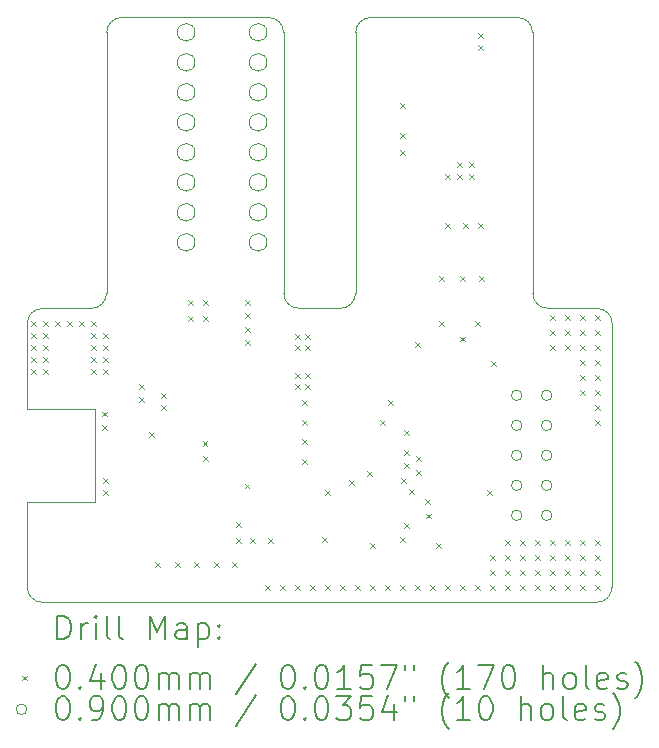
<source format=gbr>
%TF.GenerationSoftware,KiCad,Pcbnew,(6.0.9-0)*%
%TF.CreationDate,2023-12-07T00:14:27+00:00*%
%TF.ProjectId,BalanceBoard,42616c61-6e63-4654-926f-6172642e6b69,rev?*%
%TF.SameCoordinates,Original*%
%TF.FileFunction,Drillmap*%
%TF.FilePolarity,Positive*%
%FSLAX45Y45*%
G04 Gerber Fmt 4.5, Leading zero omitted, Abs format (unit mm)*
G04 Created by KiCad (PCBNEW (6.0.9-0)) date 2023-12-07 00:14:27*
%MOMM*%
%LPD*%
G01*
G04 APERTURE LIST*
%ADD10C,0.050000*%
%ADD11C,0.200000*%
%ADD12C,0.040000*%
%ADD13C,0.090000*%
G04 APERTURE END LIST*
D10*
X6820803Y-14781897D02*
G75*
G03*
X6947803Y-14908897I126997J-3D01*
G01*
X2540000Y-15760700D02*
X3111500Y-15760700D01*
X2540903Y-15037703D02*
X2540000Y-15367000D01*
X6818997Y-12573903D02*
X6820803Y-14781897D01*
X3961200Y-13335000D02*
G75*
G03*
X3961200Y-13335000I-75000J0D01*
G01*
X2540903Y-17271097D02*
G75*
G03*
X2667903Y-17398097I126997J-3D01*
G01*
X3961200Y-13589000D02*
G75*
G03*
X3961200Y-13589000I-75000J0D01*
G01*
X3961200Y-14351000D02*
G75*
G03*
X3961200Y-14351000I-75000J0D01*
G01*
X2540000Y-16548100D02*
X2540903Y-17271097D01*
X6818997Y-12573903D02*
G75*
G03*
X6691997Y-12446903I-126997J3D01*
G01*
X3341003Y-12446903D02*
G75*
G03*
X3214003Y-12573903I-3J-126997D01*
G01*
X3111500Y-16548100D02*
X2540000Y-16548100D01*
X4570800Y-13335000D02*
G75*
G03*
X4570800Y-13335000I-75000J0D01*
G01*
X3961200Y-12573000D02*
G75*
G03*
X3961200Y-12573000I-75000J0D01*
G01*
X6947803Y-14908897D02*
X7365097Y-14910703D01*
X4570800Y-13843000D02*
G75*
G03*
X4570800Y-13843000I-75000J0D01*
G01*
X4712603Y-14781897D02*
G75*
G03*
X4839603Y-14908897I126997J-3D01*
G01*
X5449203Y-12446903D02*
X6691997Y-12446903D01*
X7365097Y-17398097D02*
G75*
G03*
X7492097Y-17271097I3J126997D01*
G01*
X7492097Y-15037703D02*
G75*
G03*
X7365097Y-14910703I-126997J3D01*
G01*
X4570800Y-13081000D02*
G75*
G03*
X4570800Y-13081000I-75000J0D01*
G01*
X3085197Y-14908897D02*
X2667903Y-14910703D01*
X3961200Y-13843000D02*
G75*
G03*
X3961200Y-13843000I-75000J0D01*
G01*
X3085197Y-14908897D02*
G75*
G03*
X3212197Y-14781897I3J126997D01*
G01*
X4570800Y-13589000D02*
G75*
G03*
X4570800Y-13589000I-75000J0D01*
G01*
X4570800Y-12827000D02*
G75*
G03*
X4570800Y-12827000I-75000J0D01*
G01*
X3111500Y-15760700D02*
X3111500Y-16548100D01*
X5320397Y-14781897D02*
X5322203Y-12573903D01*
X3961200Y-13081000D02*
G75*
G03*
X3961200Y-13081000I-75000J0D01*
G01*
X2540000Y-15367000D02*
X2540000Y-15760700D01*
X3341003Y-12446903D02*
X4583797Y-12446903D01*
X3212197Y-14781897D02*
X3214003Y-12573903D01*
X3961200Y-12827000D02*
G75*
G03*
X3961200Y-12827000I-75000J0D01*
G01*
X4710797Y-12573903D02*
G75*
G03*
X4583797Y-12446903I-126997J3D01*
G01*
X4570800Y-14097000D02*
G75*
G03*
X4570800Y-14097000I-75000J0D01*
G01*
X3961200Y-14097000D02*
G75*
G03*
X3961200Y-14097000I-75000J0D01*
G01*
X2667903Y-14910703D02*
G75*
G03*
X2540903Y-15037703I-3J-126997D01*
G01*
X5449203Y-12446903D02*
G75*
G03*
X5322203Y-12573903I-3J-126997D01*
G01*
X4570800Y-12573000D02*
G75*
G03*
X4570800Y-12573000I-75000J0D01*
G01*
X5193397Y-14908897D02*
G75*
G03*
X5320397Y-14781897I3J126997D01*
G01*
X2667903Y-17398097D02*
X7365097Y-17398097D01*
X4710797Y-12573903D02*
X4712603Y-14781897D01*
X4570800Y-14351000D02*
G75*
G03*
X4570800Y-14351000I-75000J0D01*
G01*
X7492097Y-17271097D02*
X7492097Y-15037703D01*
X4839603Y-14908897D02*
X5193397Y-14908897D01*
D11*
D12*
X2570800Y-15016800D02*
X2610800Y-15056800D01*
X2610800Y-15016800D02*
X2570800Y-15056800D01*
X2570800Y-15118400D02*
X2610800Y-15158400D01*
X2610800Y-15118400D02*
X2570800Y-15158400D01*
X2570800Y-15220000D02*
X2610800Y-15260000D01*
X2610800Y-15220000D02*
X2570800Y-15260000D01*
X2570800Y-15321600D02*
X2610800Y-15361600D01*
X2610800Y-15321600D02*
X2570800Y-15361600D01*
X2570800Y-15423200D02*
X2610800Y-15463200D01*
X2610800Y-15423200D02*
X2570800Y-15463200D01*
X2672400Y-15016800D02*
X2712400Y-15056800D01*
X2712400Y-15016800D02*
X2672400Y-15056800D01*
X2672400Y-15118400D02*
X2712400Y-15158400D01*
X2712400Y-15118400D02*
X2672400Y-15158400D01*
X2672400Y-15220000D02*
X2712400Y-15260000D01*
X2712400Y-15220000D02*
X2672400Y-15260000D01*
X2672400Y-15321600D02*
X2712400Y-15361600D01*
X2712400Y-15321600D02*
X2672400Y-15361600D01*
X2672400Y-15423200D02*
X2712400Y-15463200D01*
X2712400Y-15423200D02*
X2672400Y-15463200D01*
X2774000Y-15016800D02*
X2814000Y-15056800D01*
X2814000Y-15016800D02*
X2774000Y-15056800D01*
X2875600Y-15016800D02*
X2915600Y-15056800D01*
X2915600Y-15016800D02*
X2875600Y-15056800D01*
X2977200Y-15016800D02*
X3017200Y-15056800D01*
X3017200Y-15016800D02*
X2977200Y-15056800D01*
X3078800Y-15016800D02*
X3118800Y-15056800D01*
X3118800Y-15016800D02*
X3078800Y-15056800D01*
X3078800Y-15118400D02*
X3118800Y-15158400D01*
X3118800Y-15118400D02*
X3078800Y-15158400D01*
X3078800Y-15220000D02*
X3118800Y-15260000D01*
X3118800Y-15220000D02*
X3078800Y-15260000D01*
X3078800Y-15321600D02*
X3118800Y-15361600D01*
X3118800Y-15321600D02*
X3078800Y-15361600D01*
X3078800Y-15423200D02*
X3118800Y-15463200D01*
X3118800Y-15423200D02*
X3078800Y-15463200D01*
X3175700Y-15783500D02*
X3215700Y-15823500D01*
X3215700Y-15783500D02*
X3175700Y-15823500D01*
X3175700Y-15897800D02*
X3215700Y-15937800D01*
X3215700Y-15897800D02*
X3175700Y-15937800D01*
X3180400Y-15118400D02*
X3220400Y-15158400D01*
X3220400Y-15118400D02*
X3180400Y-15158400D01*
X3180400Y-15220000D02*
X3220400Y-15260000D01*
X3220400Y-15220000D02*
X3180400Y-15260000D01*
X3180400Y-15321600D02*
X3220400Y-15361600D01*
X3220400Y-15321600D02*
X3180400Y-15361600D01*
X3180400Y-15423200D02*
X3220400Y-15463200D01*
X3220400Y-15423200D02*
X3180400Y-15463200D01*
X3180400Y-16350300D02*
X3220400Y-16390300D01*
X3220400Y-16350300D02*
X3180400Y-16390300D01*
X3180400Y-16451900D02*
X3220400Y-16491900D01*
X3220400Y-16451900D02*
X3180400Y-16491900D01*
X3485200Y-15550200D02*
X3525200Y-15590200D01*
X3525200Y-15550200D02*
X3485200Y-15590200D01*
X3485200Y-15664500D02*
X3525200Y-15704500D01*
X3525200Y-15664500D02*
X3485200Y-15704500D01*
X3571400Y-15956600D02*
X3611400Y-15996600D01*
X3611400Y-15956600D02*
X3571400Y-15996600D01*
X3624900Y-17061500D02*
X3664900Y-17101500D01*
X3664900Y-17061500D02*
X3624900Y-17101500D01*
X3675700Y-15626400D02*
X3715700Y-15666400D01*
X3715700Y-15626400D02*
X3675700Y-15666400D01*
X3675700Y-15728000D02*
X3715700Y-15768000D01*
X3715700Y-15728000D02*
X3675700Y-15768000D01*
X3790000Y-17061500D02*
X3830000Y-17101500D01*
X3830000Y-17061500D02*
X3790000Y-17101500D01*
X3904300Y-14839000D02*
X3944300Y-14879000D01*
X3944300Y-14839000D02*
X3904300Y-14879000D01*
X3904300Y-14978700D02*
X3944300Y-15018700D01*
X3944300Y-14978700D02*
X3904300Y-15018700D01*
X3955100Y-17061500D02*
X3995100Y-17101500D01*
X3995100Y-17061500D02*
X3955100Y-17101500D01*
X4026050Y-16032800D02*
X4066050Y-16072800D01*
X4066050Y-16032800D02*
X4026050Y-16072800D01*
X4029555Y-16160363D02*
X4069555Y-16200363D01*
X4069555Y-16160363D02*
X4029555Y-16200363D01*
X4031300Y-14839000D02*
X4071300Y-14879000D01*
X4071300Y-14839000D02*
X4031300Y-14879000D01*
X4031300Y-14978700D02*
X4071300Y-15018700D01*
X4071300Y-14978700D02*
X4031300Y-15018700D01*
X4120200Y-17061500D02*
X4160200Y-17101500D01*
X4160200Y-17061500D02*
X4120200Y-17101500D01*
X4272600Y-17061500D02*
X4312600Y-17101500D01*
X4312600Y-17061500D02*
X4272600Y-17101500D01*
X4310700Y-16718600D02*
X4350700Y-16758600D01*
X4350700Y-16718600D02*
X4310700Y-16758600D01*
X4310700Y-16858300D02*
X4350700Y-16898300D01*
X4350700Y-16858300D02*
X4310700Y-16898300D01*
X4381116Y-16393184D02*
X4421116Y-16433184D01*
X4421116Y-16393184D02*
X4381116Y-16433184D01*
X4386900Y-14839000D02*
X4426900Y-14879000D01*
X4426900Y-14839000D02*
X4386900Y-14879000D01*
X4386900Y-14953300D02*
X4426900Y-14993300D01*
X4426900Y-14953300D02*
X4386900Y-14993300D01*
X4386900Y-15067600D02*
X4426900Y-15107600D01*
X4426900Y-15067600D02*
X4386900Y-15107600D01*
X4386900Y-15181900D02*
X4426900Y-15221900D01*
X4426900Y-15181900D02*
X4386900Y-15221900D01*
X4425000Y-16858300D02*
X4465000Y-16898300D01*
X4465000Y-16858300D02*
X4425000Y-16898300D01*
X4552000Y-17252000D02*
X4592000Y-17292000D01*
X4592000Y-17252000D02*
X4552000Y-17292000D01*
X4577400Y-16858300D02*
X4617400Y-16898300D01*
X4617400Y-16858300D02*
X4577400Y-16898300D01*
X4679000Y-17252000D02*
X4719000Y-17292000D01*
X4719000Y-17252000D02*
X4679000Y-17292000D01*
X4806000Y-15131100D02*
X4846000Y-15171100D01*
X4846000Y-15131100D02*
X4806000Y-15171100D01*
X4806000Y-15220000D02*
X4846000Y-15260000D01*
X4846000Y-15220000D02*
X4806000Y-15260000D01*
X4806000Y-15461300D02*
X4846000Y-15501300D01*
X4846000Y-15461300D02*
X4806000Y-15501300D01*
X4806000Y-15550200D02*
X4846000Y-15590200D01*
X4846000Y-15550200D02*
X4806000Y-15590200D01*
X4806000Y-17252000D02*
X4846000Y-17292000D01*
X4846000Y-17252000D02*
X4806000Y-17292000D01*
X4869500Y-15689900D02*
X4909500Y-15729900D01*
X4909500Y-15689900D02*
X4869500Y-15729900D01*
X4869500Y-15855000D02*
X4909500Y-15895000D01*
X4909500Y-15855000D02*
X4869500Y-15895000D01*
X4869500Y-16020100D02*
X4909500Y-16060100D01*
X4909500Y-16020100D02*
X4869500Y-16060100D01*
X4869500Y-16185200D02*
X4909500Y-16225200D01*
X4909500Y-16185200D02*
X4869500Y-16225200D01*
X4894900Y-15131100D02*
X4934900Y-15171100D01*
X4934900Y-15131100D02*
X4894900Y-15171100D01*
X4894900Y-15220000D02*
X4934900Y-15260000D01*
X4934900Y-15220000D02*
X4894900Y-15260000D01*
X4894900Y-15461300D02*
X4934900Y-15501300D01*
X4934900Y-15461300D02*
X4894900Y-15501300D01*
X4894900Y-15550200D02*
X4934900Y-15590200D01*
X4934900Y-15550200D02*
X4894900Y-15590200D01*
X4933000Y-17252000D02*
X4973000Y-17292000D01*
X4973000Y-17252000D02*
X4933000Y-17292000D01*
X5034600Y-16845600D02*
X5074600Y-16885600D01*
X5074600Y-16845600D02*
X5034600Y-16885600D01*
X5060000Y-17252000D02*
X5100000Y-17292000D01*
X5100000Y-17252000D02*
X5060000Y-17292000D01*
X5062020Y-16451900D02*
X5102020Y-16491900D01*
X5102020Y-16451900D02*
X5062020Y-16491900D01*
X5187000Y-17252000D02*
X5227000Y-17292000D01*
X5227000Y-17252000D02*
X5187000Y-17292000D01*
X5263200Y-16363000D02*
X5303200Y-16403000D01*
X5303200Y-16363000D02*
X5263200Y-16403000D01*
X5314000Y-17252000D02*
X5354000Y-17292000D01*
X5354000Y-17252000D02*
X5314000Y-17292000D01*
X5415600Y-16286800D02*
X5455600Y-16326800D01*
X5455600Y-16286800D02*
X5415600Y-16326800D01*
X5441000Y-16896400D02*
X5481000Y-16936400D01*
X5481000Y-16896400D02*
X5441000Y-16936400D01*
X5441000Y-17252000D02*
X5481000Y-17292000D01*
X5481000Y-17252000D02*
X5441000Y-17292000D01*
X5530330Y-15855430D02*
X5570330Y-15895430D01*
X5570330Y-15855430D02*
X5530330Y-15895430D01*
X5568000Y-17252000D02*
X5608000Y-17292000D01*
X5608000Y-17252000D02*
X5568000Y-17292000D01*
X5593400Y-15689900D02*
X5633400Y-15729900D01*
X5633400Y-15689900D02*
X5593400Y-15729900D01*
X5695000Y-13175300D02*
X5735000Y-13215300D01*
X5735000Y-13175300D02*
X5695000Y-13215300D01*
X5695000Y-13429300D02*
X5735000Y-13469300D01*
X5735000Y-13429300D02*
X5695000Y-13469300D01*
X5695000Y-13569000D02*
X5735000Y-13609000D01*
X5735000Y-13569000D02*
X5695000Y-13609000D01*
X5695000Y-17252000D02*
X5735000Y-17292000D01*
X5735000Y-17252000D02*
X5695000Y-17292000D01*
X5700080Y-16845600D02*
X5740080Y-16885600D01*
X5740080Y-16845600D02*
X5700080Y-16885600D01*
X5707700Y-16350300D02*
X5747700Y-16390300D01*
X5747700Y-16350300D02*
X5707700Y-16390300D01*
X5733100Y-15943900D02*
X5773100Y-15983900D01*
X5773100Y-15943900D02*
X5733100Y-15983900D01*
X5733100Y-16109000D02*
X5773100Y-16149000D01*
X5773100Y-16109000D02*
X5733100Y-16149000D01*
X5733100Y-16223300D02*
X5773100Y-16263300D01*
X5773100Y-16223300D02*
X5733100Y-16263300D01*
X5733100Y-16731300D02*
X5773100Y-16771300D01*
X5773100Y-16731300D02*
X5733100Y-16771300D01*
X5776280Y-16439200D02*
X5816280Y-16479200D01*
X5816280Y-16439200D02*
X5776280Y-16479200D01*
X5822000Y-15194600D02*
X5862000Y-15234600D01*
X5862000Y-15194600D02*
X5822000Y-15234600D01*
X5822000Y-17252000D02*
X5862000Y-17292000D01*
X5862000Y-17252000D02*
X5822000Y-17292000D01*
X5834700Y-16159800D02*
X5874700Y-16199800D01*
X5874700Y-16159800D02*
X5834700Y-16199800D01*
X5834700Y-16277850D02*
X5874700Y-16317850D01*
X5874700Y-16277850D02*
X5834700Y-16317850D01*
X5910900Y-16528100D02*
X5950900Y-16568100D01*
X5950900Y-16528100D02*
X5910900Y-16568100D01*
X5918520Y-16647480D02*
X5958520Y-16687480D01*
X5958520Y-16647480D02*
X5918520Y-16687480D01*
X5949000Y-17252000D02*
X5989000Y-17292000D01*
X5989000Y-17252000D02*
X5949000Y-17292000D01*
X5999800Y-16896400D02*
X6039800Y-16936400D01*
X6039800Y-16896400D02*
X5999800Y-16936400D01*
X6025200Y-14635800D02*
X6065200Y-14675800D01*
X6065200Y-14635800D02*
X6025200Y-14675800D01*
X6025200Y-15016800D02*
X6065200Y-15056800D01*
X6065200Y-15016800D02*
X6025200Y-15056800D01*
X6076000Y-13772200D02*
X6116000Y-13812200D01*
X6116000Y-13772200D02*
X6076000Y-13812200D01*
X6076000Y-14191300D02*
X6116000Y-14231300D01*
X6116000Y-14191300D02*
X6076000Y-14231300D01*
X6076000Y-17252000D02*
X6116000Y-17292000D01*
X6116000Y-17252000D02*
X6076000Y-17292000D01*
X6177600Y-13670600D02*
X6217600Y-13710600D01*
X6217600Y-13670600D02*
X6177600Y-13710600D01*
X6177600Y-13772200D02*
X6217600Y-13812200D01*
X6217600Y-13772200D02*
X6177600Y-13812200D01*
X6203000Y-14635800D02*
X6243000Y-14675800D01*
X6243000Y-14635800D02*
X6203000Y-14675800D01*
X6203000Y-15148880D02*
X6243000Y-15188880D01*
X6243000Y-15148880D02*
X6203000Y-15188880D01*
X6203000Y-17252000D02*
X6243000Y-17292000D01*
X6243000Y-17252000D02*
X6203000Y-17292000D01*
X6228400Y-14191300D02*
X6268400Y-14231300D01*
X6268400Y-14191300D02*
X6228400Y-14231300D01*
X6279200Y-13670600D02*
X6319200Y-13710600D01*
X6319200Y-13670600D02*
X6279200Y-13710600D01*
X6279200Y-13772200D02*
X6319200Y-13812200D01*
X6319200Y-13772200D02*
X6279200Y-13812200D01*
X6330000Y-15016800D02*
X6370000Y-15056800D01*
X6370000Y-15016800D02*
X6330000Y-15056800D01*
X6330000Y-17252000D02*
X6370000Y-17292000D01*
X6370000Y-17252000D02*
X6330000Y-17292000D01*
X6355400Y-12578400D02*
X6395400Y-12618400D01*
X6395400Y-12578400D02*
X6355400Y-12618400D01*
X6355400Y-12680000D02*
X6395400Y-12720000D01*
X6395400Y-12680000D02*
X6355400Y-12720000D01*
X6355400Y-14191300D02*
X6395400Y-14231300D01*
X6395400Y-14191300D02*
X6355400Y-14231300D01*
X6368100Y-14635800D02*
X6408100Y-14675800D01*
X6408100Y-14635800D02*
X6368100Y-14675800D01*
X6431600Y-16451900D02*
X6471600Y-16491900D01*
X6471600Y-16451900D02*
X6431600Y-16491900D01*
X6457000Y-16998000D02*
X6497000Y-17038000D01*
X6497000Y-16998000D02*
X6457000Y-17038000D01*
X6457000Y-17125000D02*
X6497000Y-17165000D01*
X6497000Y-17125000D02*
X6457000Y-17165000D01*
X6457000Y-17252000D02*
X6497000Y-17292000D01*
X6497000Y-17252000D02*
X6457000Y-17292000D01*
X6469700Y-15359700D02*
X6509700Y-15399700D01*
X6509700Y-15359700D02*
X6469700Y-15399700D01*
X6584000Y-16871000D02*
X6624000Y-16911000D01*
X6624000Y-16871000D02*
X6584000Y-16911000D01*
X6584000Y-16998000D02*
X6624000Y-17038000D01*
X6624000Y-16998000D02*
X6584000Y-17038000D01*
X6584000Y-17125000D02*
X6624000Y-17165000D01*
X6624000Y-17125000D02*
X6584000Y-17165000D01*
X6584000Y-17252000D02*
X6624000Y-17292000D01*
X6624000Y-17252000D02*
X6584000Y-17292000D01*
X6711000Y-16871000D02*
X6751000Y-16911000D01*
X6751000Y-16871000D02*
X6711000Y-16911000D01*
X6711000Y-16998000D02*
X6751000Y-17038000D01*
X6751000Y-16998000D02*
X6711000Y-17038000D01*
X6711000Y-17125000D02*
X6751000Y-17165000D01*
X6751000Y-17125000D02*
X6711000Y-17165000D01*
X6711000Y-17252000D02*
X6751000Y-17292000D01*
X6751000Y-17252000D02*
X6711000Y-17292000D01*
X6838000Y-16871000D02*
X6878000Y-16911000D01*
X6878000Y-16871000D02*
X6838000Y-16911000D01*
X6838000Y-16998000D02*
X6878000Y-17038000D01*
X6878000Y-16998000D02*
X6838000Y-17038000D01*
X6838000Y-17125000D02*
X6878000Y-17165000D01*
X6878000Y-17125000D02*
X6838000Y-17165000D01*
X6838000Y-17252000D02*
X6878000Y-17292000D01*
X6878000Y-17252000D02*
X6838000Y-17292000D01*
X6965000Y-14966000D02*
X7005000Y-15006000D01*
X7005000Y-14966000D02*
X6965000Y-15006000D01*
X6965000Y-15093000D02*
X7005000Y-15133000D01*
X7005000Y-15093000D02*
X6965000Y-15133000D01*
X6965000Y-15220000D02*
X7005000Y-15260000D01*
X7005000Y-15220000D02*
X6965000Y-15260000D01*
X6965000Y-16871000D02*
X7005000Y-16911000D01*
X7005000Y-16871000D02*
X6965000Y-16911000D01*
X6965000Y-16998000D02*
X7005000Y-17038000D01*
X7005000Y-16998000D02*
X6965000Y-17038000D01*
X6965000Y-17125000D02*
X7005000Y-17165000D01*
X7005000Y-17125000D02*
X6965000Y-17165000D01*
X6965000Y-17252000D02*
X7005000Y-17292000D01*
X7005000Y-17252000D02*
X6965000Y-17292000D01*
X7092000Y-14966000D02*
X7132000Y-15006000D01*
X7132000Y-14966000D02*
X7092000Y-15006000D01*
X7092000Y-15093000D02*
X7132000Y-15133000D01*
X7132000Y-15093000D02*
X7092000Y-15133000D01*
X7092000Y-15220000D02*
X7132000Y-15260000D01*
X7132000Y-15220000D02*
X7092000Y-15260000D01*
X7092000Y-16871000D02*
X7132000Y-16911000D01*
X7132000Y-16871000D02*
X7092000Y-16911000D01*
X7092000Y-16998000D02*
X7132000Y-17038000D01*
X7132000Y-16998000D02*
X7092000Y-17038000D01*
X7092000Y-17125000D02*
X7132000Y-17165000D01*
X7132000Y-17125000D02*
X7092000Y-17165000D01*
X7092000Y-17252000D02*
X7132000Y-17292000D01*
X7132000Y-17252000D02*
X7092000Y-17292000D01*
X7219000Y-14966000D02*
X7259000Y-15006000D01*
X7259000Y-14966000D02*
X7219000Y-15006000D01*
X7219000Y-15093000D02*
X7259000Y-15133000D01*
X7259000Y-15093000D02*
X7219000Y-15133000D01*
X7219000Y-15220000D02*
X7259000Y-15260000D01*
X7259000Y-15220000D02*
X7219000Y-15260000D01*
X7219000Y-15347000D02*
X7259000Y-15387000D01*
X7259000Y-15347000D02*
X7219000Y-15387000D01*
X7219000Y-15474000D02*
X7259000Y-15514000D01*
X7259000Y-15474000D02*
X7219000Y-15514000D01*
X7219000Y-15601000D02*
X7259000Y-15641000D01*
X7259000Y-15601000D02*
X7219000Y-15641000D01*
X7219000Y-16871000D02*
X7259000Y-16911000D01*
X7259000Y-16871000D02*
X7219000Y-16911000D01*
X7219000Y-16998000D02*
X7259000Y-17038000D01*
X7259000Y-16998000D02*
X7219000Y-17038000D01*
X7219000Y-17125000D02*
X7259000Y-17165000D01*
X7259000Y-17125000D02*
X7219000Y-17165000D01*
X7219000Y-17252000D02*
X7259000Y-17292000D01*
X7259000Y-17252000D02*
X7219000Y-17292000D01*
X7346000Y-14966000D02*
X7386000Y-15006000D01*
X7386000Y-14966000D02*
X7346000Y-15006000D01*
X7346000Y-15093000D02*
X7386000Y-15133000D01*
X7386000Y-15093000D02*
X7346000Y-15133000D01*
X7346000Y-15220000D02*
X7386000Y-15260000D01*
X7386000Y-15220000D02*
X7346000Y-15260000D01*
X7346000Y-15347000D02*
X7386000Y-15387000D01*
X7386000Y-15347000D02*
X7346000Y-15387000D01*
X7346000Y-15474000D02*
X7386000Y-15514000D01*
X7386000Y-15474000D02*
X7346000Y-15514000D01*
X7346000Y-15601000D02*
X7386000Y-15641000D01*
X7386000Y-15601000D02*
X7346000Y-15641000D01*
X7346000Y-15728000D02*
X7386000Y-15768000D01*
X7386000Y-15728000D02*
X7346000Y-15768000D01*
X7346000Y-15855000D02*
X7386000Y-15895000D01*
X7386000Y-15855000D02*
X7346000Y-15895000D01*
X7346000Y-16871000D02*
X7386000Y-16911000D01*
X7386000Y-16871000D02*
X7346000Y-16911000D01*
X7346000Y-16998000D02*
X7386000Y-17038000D01*
X7386000Y-16998000D02*
X7346000Y-17038000D01*
X7346000Y-17125000D02*
X7386000Y-17165000D01*
X7386000Y-17125000D02*
X7346000Y-17165000D01*
X7346000Y-17252000D02*
X7386000Y-17292000D01*
X7386000Y-17252000D02*
X7346000Y-17292000D01*
D13*
X6729200Y-15646400D02*
G75*
G03*
X6729200Y-15646400I-45000J0D01*
G01*
X6729200Y-15900400D02*
G75*
G03*
X6729200Y-15900400I-45000J0D01*
G01*
X6729200Y-16154400D02*
G75*
G03*
X6729200Y-16154400I-45000J0D01*
G01*
X6729200Y-16408400D02*
G75*
G03*
X6729200Y-16408400I-45000J0D01*
G01*
X6729200Y-16662400D02*
G75*
G03*
X6729200Y-16662400I-45000J0D01*
G01*
X6983200Y-15646400D02*
G75*
G03*
X6983200Y-15646400I-45000J0D01*
G01*
X6983200Y-15900400D02*
G75*
G03*
X6983200Y-15900400I-45000J0D01*
G01*
X6983200Y-16154400D02*
G75*
G03*
X6983200Y-16154400I-45000J0D01*
G01*
X6983200Y-16408400D02*
G75*
G03*
X6983200Y-16408400I-45000J0D01*
G01*
X6983200Y-16662400D02*
G75*
G03*
X6983200Y-16662400I-45000J0D01*
G01*
D11*
X2795119Y-17711074D02*
X2795119Y-17511074D01*
X2842738Y-17511074D01*
X2871309Y-17520597D01*
X2890357Y-17539645D01*
X2899881Y-17558693D01*
X2909405Y-17596788D01*
X2909405Y-17625359D01*
X2899881Y-17663455D01*
X2890357Y-17682502D01*
X2871309Y-17701550D01*
X2842738Y-17711074D01*
X2795119Y-17711074D01*
X2995119Y-17711074D02*
X2995119Y-17577740D01*
X2995119Y-17615835D02*
X3004643Y-17596788D01*
X3014167Y-17587264D01*
X3033214Y-17577740D01*
X3052262Y-17577740D01*
X3118928Y-17711074D02*
X3118928Y-17577740D01*
X3118928Y-17511074D02*
X3109405Y-17520597D01*
X3118928Y-17530121D01*
X3128452Y-17520597D01*
X3118928Y-17511074D01*
X3118928Y-17530121D01*
X3242738Y-17711074D02*
X3223690Y-17701550D01*
X3214167Y-17682502D01*
X3214167Y-17511074D01*
X3347500Y-17711074D02*
X3328452Y-17701550D01*
X3318928Y-17682502D01*
X3318928Y-17511074D01*
X3576071Y-17711074D02*
X3576071Y-17511074D01*
X3642738Y-17653931D01*
X3709405Y-17511074D01*
X3709405Y-17711074D01*
X3890357Y-17711074D02*
X3890357Y-17606312D01*
X3880833Y-17587264D01*
X3861786Y-17577740D01*
X3823690Y-17577740D01*
X3804643Y-17587264D01*
X3890357Y-17701550D02*
X3871309Y-17711074D01*
X3823690Y-17711074D01*
X3804643Y-17701550D01*
X3795119Y-17682502D01*
X3795119Y-17663455D01*
X3804643Y-17644407D01*
X3823690Y-17634883D01*
X3871309Y-17634883D01*
X3890357Y-17625359D01*
X3985595Y-17577740D02*
X3985595Y-17777740D01*
X3985595Y-17587264D02*
X4004643Y-17577740D01*
X4042738Y-17577740D01*
X4061786Y-17587264D01*
X4071309Y-17596788D01*
X4080833Y-17615835D01*
X4080833Y-17672978D01*
X4071309Y-17692026D01*
X4061786Y-17701550D01*
X4042738Y-17711074D01*
X4004643Y-17711074D01*
X3985595Y-17701550D01*
X4166548Y-17692026D02*
X4176071Y-17701550D01*
X4166548Y-17711074D01*
X4157024Y-17701550D01*
X4166548Y-17692026D01*
X4166548Y-17711074D01*
X4166548Y-17587264D02*
X4176071Y-17596788D01*
X4166548Y-17606312D01*
X4157024Y-17596788D01*
X4166548Y-17587264D01*
X4166548Y-17606312D01*
D12*
X2497500Y-18020597D02*
X2537500Y-18060597D01*
X2537500Y-18020597D02*
X2497500Y-18060597D01*
D11*
X2833214Y-17931074D02*
X2852262Y-17931074D01*
X2871309Y-17940597D01*
X2880833Y-17950121D01*
X2890357Y-17969169D01*
X2899881Y-18007264D01*
X2899881Y-18054883D01*
X2890357Y-18092978D01*
X2880833Y-18112026D01*
X2871309Y-18121550D01*
X2852262Y-18131074D01*
X2833214Y-18131074D01*
X2814167Y-18121550D01*
X2804643Y-18112026D01*
X2795119Y-18092978D01*
X2785595Y-18054883D01*
X2785595Y-18007264D01*
X2795119Y-17969169D01*
X2804643Y-17950121D01*
X2814167Y-17940597D01*
X2833214Y-17931074D01*
X2985595Y-18112026D02*
X2995119Y-18121550D01*
X2985595Y-18131074D01*
X2976071Y-18121550D01*
X2985595Y-18112026D01*
X2985595Y-18131074D01*
X3166548Y-17997740D02*
X3166548Y-18131074D01*
X3118928Y-17921550D02*
X3071309Y-18064407D01*
X3195119Y-18064407D01*
X3309405Y-17931074D02*
X3328452Y-17931074D01*
X3347500Y-17940597D01*
X3357024Y-17950121D01*
X3366548Y-17969169D01*
X3376071Y-18007264D01*
X3376071Y-18054883D01*
X3366548Y-18092978D01*
X3357024Y-18112026D01*
X3347500Y-18121550D01*
X3328452Y-18131074D01*
X3309405Y-18131074D01*
X3290357Y-18121550D01*
X3280833Y-18112026D01*
X3271309Y-18092978D01*
X3261786Y-18054883D01*
X3261786Y-18007264D01*
X3271309Y-17969169D01*
X3280833Y-17950121D01*
X3290357Y-17940597D01*
X3309405Y-17931074D01*
X3499881Y-17931074D02*
X3518928Y-17931074D01*
X3537976Y-17940597D01*
X3547500Y-17950121D01*
X3557024Y-17969169D01*
X3566548Y-18007264D01*
X3566548Y-18054883D01*
X3557024Y-18092978D01*
X3547500Y-18112026D01*
X3537976Y-18121550D01*
X3518928Y-18131074D01*
X3499881Y-18131074D01*
X3480833Y-18121550D01*
X3471309Y-18112026D01*
X3461786Y-18092978D01*
X3452262Y-18054883D01*
X3452262Y-18007264D01*
X3461786Y-17969169D01*
X3471309Y-17950121D01*
X3480833Y-17940597D01*
X3499881Y-17931074D01*
X3652262Y-18131074D02*
X3652262Y-17997740D01*
X3652262Y-18016788D02*
X3661786Y-18007264D01*
X3680833Y-17997740D01*
X3709405Y-17997740D01*
X3728452Y-18007264D01*
X3737976Y-18026312D01*
X3737976Y-18131074D01*
X3737976Y-18026312D02*
X3747500Y-18007264D01*
X3766548Y-17997740D01*
X3795119Y-17997740D01*
X3814167Y-18007264D01*
X3823690Y-18026312D01*
X3823690Y-18131074D01*
X3918928Y-18131074D02*
X3918928Y-17997740D01*
X3918928Y-18016788D02*
X3928452Y-18007264D01*
X3947500Y-17997740D01*
X3976071Y-17997740D01*
X3995119Y-18007264D01*
X4004643Y-18026312D01*
X4004643Y-18131074D01*
X4004643Y-18026312D02*
X4014167Y-18007264D01*
X4033214Y-17997740D01*
X4061786Y-17997740D01*
X4080833Y-18007264D01*
X4090357Y-18026312D01*
X4090357Y-18131074D01*
X4480833Y-17921550D02*
X4309405Y-18178693D01*
X4737976Y-17931074D02*
X4757024Y-17931074D01*
X4776071Y-17940597D01*
X4785595Y-17950121D01*
X4795119Y-17969169D01*
X4804643Y-18007264D01*
X4804643Y-18054883D01*
X4795119Y-18092978D01*
X4785595Y-18112026D01*
X4776071Y-18121550D01*
X4757024Y-18131074D01*
X4737976Y-18131074D01*
X4718929Y-18121550D01*
X4709405Y-18112026D01*
X4699881Y-18092978D01*
X4690357Y-18054883D01*
X4690357Y-18007264D01*
X4699881Y-17969169D01*
X4709405Y-17950121D01*
X4718929Y-17940597D01*
X4737976Y-17931074D01*
X4890357Y-18112026D02*
X4899881Y-18121550D01*
X4890357Y-18131074D01*
X4880833Y-18121550D01*
X4890357Y-18112026D01*
X4890357Y-18131074D01*
X5023690Y-17931074D02*
X5042738Y-17931074D01*
X5061786Y-17940597D01*
X5071310Y-17950121D01*
X5080833Y-17969169D01*
X5090357Y-18007264D01*
X5090357Y-18054883D01*
X5080833Y-18092978D01*
X5071310Y-18112026D01*
X5061786Y-18121550D01*
X5042738Y-18131074D01*
X5023690Y-18131074D01*
X5004643Y-18121550D01*
X4995119Y-18112026D01*
X4985595Y-18092978D01*
X4976071Y-18054883D01*
X4976071Y-18007264D01*
X4985595Y-17969169D01*
X4995119Y-17950121D01*
X5004643Y-17940597D01*
X5023690Y-17931074D01*
X5280833Y-18131074D02*
X5166548Y-18131074D01*
X5223690Y-18131074D02*
X5223690Y-17931074D01*
X5204643Y-17959645D01*
X5185595Y-17978693D01*
X5166548Y-17988216D01*
X5461786Y-17931074D02*
X5366548Y-17931074D01*
X5357024Y-18026312D01*
X5366548Y-18016788D01*
X5385595Y-18007264D01*
X5433214Y-18007264D01*
X5452262Y-18016788D01*
X5461786Y-18026312D01*
X5471310Y-18045359D01*
X5471310Y-18092978D01*
X5461786Y-18112026D01*
X5452262Y-18121550D01*
X5433214Y-18131074D01*
X5385595Y-18131074D01*
X5366548Y-18121550D01*
X5357024Y-18112026D01*
X5537976Y-17931074D02*
X5671309Y-17931074D01*
X5585595Y-18131074D01*
X5737976Y-17931074D02*
X5737976Y-17969169D01*
X5814167Y-17931074D02*
X5814167Y-17969169D01*
X6109405Y-18207264D02*
X6099881Y-18197740D01*
X6080833Y-18169169D01*
X6071309Y-18150121D01*
X6061786Y-18121550D01*
X6052262Y-18073931D01*
X6052262Y-18035835D01*
X6061786Y-17988216D01*
X6071309Y-17959645D01*
X6080833Y-17940597D01*
X6099881Y-17912026D01*
X6109405Y-17902502D01*
X6290357Y-18131074D02*
X6176071Y-18131074D01*
X6233214Y-18131074D02*
X6233214Y-17931074D01*
X6214167Y-17959645D01*
X6195119Y-17978693D01*
X6176071Y-17988216D01*
X6357024Y-17931074D02*
X6490357Y-17931074D01*
X6404643Y-18131074D01*
X6604643Y-17931074D02*
X6623690Y-17931074D01*
X6642738Y-17940597D01*
X6652262Y-17950121D01*
X6661786Y-17969169D01*
X6671309Y-18007264D01*
X6671309Y-18054883D01*
X6661786Y-18092978D01*
X6652262Y-18112026D01*
X6642738Y-18121550D01*
X6623690Y-18131074D01*
X6604643Y-18131074D01*
X6585595Y-18121550D01*
X6576071Y-18112026D01*
X6566548Y-18092978D01*
X6557024Y-18054883D01*
X6557024Y-18007264D01*
X6566548Y-17969169D01*
X6576071Y-17950121D01*
X6585595Y-17940597D01*
X6604643Y-17931074D01*
X6909405Y-18131074D02*
X6909405Y-17931074D01*
X6995119Y-18131074D02*
X6995119Y-18026312D01*
X6985595Y-18007264D01*
X6966548Y-17997740D01*
X6937976Y-17997740D01*
X6918928Y-18007264D01*
X6909405Y-18016788D01*
X7118928Y-18131074D02*
X7099881Y-18121550D01*
X7090357Y-18112026D01*
X7080833Y-18092978D01*
X7080833Y-18035835D01*
X7090357Y-18016788D01*
X7099881Y-18007264D01*
X7118928Y-17997740D01*
X7147500Y-17997740D01*
X7166548Y-18007264D01*
X7176071Y-18016788D01*
X7185595Y-18035835D01*
X7185595Y-18092978D01*
X7176071Y-18112026D01*
X7166548Y-18121550D01*
X7147500Y-18131074D01*
X7118928Y-18131074D01*
X7299881Y-18131074D02*
X7280833Y-18121550D01*
X7271309Y-18102502D01*
X7271309Y-17931074D01*
X7452262Y-18121550D02*
X7433214Y-18131074D01*
X7395119Y-18131074D01*
X7376071Y-18121550D01*
X7366548Y-18102502D01*
X7366548Y-18026312D01*
X7376071Y-18007264D01*
X7395119Y-17997740D01*
X7433214Y-17997740D01*
X7452262Y-18007264D01*
X7461786Y-18026312D01*
X7461786Y-18045359D01*
X7366548Y-18064407D01*
X7537976Y-18121550D02*
X7557024Y-18131074D01*
X7595119Y-18131074D01*
X7614167Y-18121550D01*
X7623690Y-18102502D01*
X7623690Y-18092978D01*
X7614167Y-18073931D01*
X7595119Y-18064407D01*
X7566548Y-18064407D01*
X7547500Y-18054883D01*
X7537976Y-18035835D01*
X7537976Y-18026312D01*
X7547500Y-18007264D01*
X7566548Y-17997740D01*
X7595119Y-17997740D01*
X7614167Y-18007264D01*
X7690357Y-18207264D02*
X7699881Y-18197740D01*
X7718928Y-18169169D01*
X7728452Y-18150121D01*
X7737976Y-18121550D01*
X7747500Y-18073931D01*
X7747500Y-18035835D01*
X7737976Y-17988216D01*
X7728452Y-17959645D01*
X7718928Y-17940597D01*
X7699881Y-17912026D01*
X7690357Y-17902502D01*
D13*
X2537500Y-18304597D02*
G75*
G03*
X2537500Y-18304597I-45000J0D01*
G01*
D11*
X2833214Y-18195074D02*
X2852262Y-18195074D01*
X2871309Y-18204597D01*
X2880833Y-18214121D01*
X2890357Y-18233169D01*
X2899881Y-18271264D01*
X2899881Y-18318883D01*
X2890357Y-18356978D01*
X2880833Y-18376026D01*
X2871309Y-18385550D01*
X2852262Y-18395074D01*
X2833214Y-18395074D01*
X2814167Y-18385550D01*
X2804643Y-18376026D01*
X2795119Y-18356978D01*
X2785595Y-18318883D01*
X2785595Y-18271264D01*
X2795119Y-18233169D01*
X2804643Y-18214121D01*
X2814167Y-18204597D01*
X2833214Y-18195074D01*
X2985595Y-18376026D02*
X2995119Y-18385550D01*
X2985595Y-18395074D01*
X2976071Y-18385550D01*
X2985595Y-18376026D01*
X2985595Y-18395074D01*
X3090357Y-18395074D02*
X3128452Y-18395074D01*
X3147500Y-18385550D01*
X3157024Y-18376026D01*
X3176071Y-18347455D01*
X3185595Y-18309359D01*
X3185595Y-18233169D01*
X3176071Y-18214121D01*
X3166548Y-18204597D01*
X3147500Y-18195074D01*
X3109405Y-18195074D01*
X3090357Y-18204597D01*
X3080833Y-18214121D01*
X3071309Y-18233169D01*
X3071309Y-18280788D01*
X3080833Y-18299835D01*
X3090357Y-18309359D01*
X3109405Y-18318883D01*
X3147500Y-18318883D01*
X3166548Y-18309359D01*
X3176071Y-18299835D01*
X3185595Y-18280788D01*
X3309405Y-18195074D02*
X3328452Y-18195074D01*
X3347500Y-18204597D01*
X3357024Y-18214121D01*
X3366548Y-18233169D01*
X3376071Y-18271264D01*
X3376071Y-18318883D01*
X3366548Y-18356978D01*
X3357024Y-18376026D01*
X3347500Y-18385550D01*
X3328452Y-18395074D01*
X3309405Y-18395074D01*
X3290357Y-18385550D01*
X3280833Y-18376026D01*
X3271309Y-18356978D01*
X3261786Y-18318883D01*
X3261786Y-18271264D01*
X3271309Y-18233169D01*
X3280833Y-18214121D01*
X3290357Y-18204597D01*
X3309405Y-18195074D01*
X3499881Y-18195074D02*
X3518928Y-18195074D01*
X3537976Y-18204597D01*
X3547500Y-18214121D01*
X3557024Y-18233169D01*
X3566548Y-18271264D01*
X3566548Y-18318883D01*
X3557024Y-18356978D01*
X3547500Y-18376026D01*
X3537976Y-18385550D01*
X3518928Y-18395074D01*
X3499881Y-18395074D01*
X3480833Y-18385550D01*
X3471309Y-18376026D01*
X3461786Y-18356978D01*
X3452262Y-18318883D01*
X3452262Y-18271264D01*
X3461786Y-18233169D01*
X3471309Y-18214121D01*
X3480833Y-18204597D01*
X3499881Y-18195074D01*
X3652262Y-18395074D02*
X3652262Y-18261740D01*
X3652262Y-18280788D02*
X3661786Y-18271264D01*
X3680833Y-18261740D01*
X3709405Y-18261740D01*
X3728452Y-18271264D01*
X3737976Y-18290312D01*
X3737976Y-18395074D01*
X3737976Y-18290312D02*
X3747500Y-18271264D01*
X3766548Y-18261740D01*
X3795119Y-18261740D01*
X3814167Y-18271264D01*
X3823690Y-18290312D01*
X3823690Y-18395074D01*
X3918928Y-18395074D02*
X3918928Y-18261740D01*
X3918928Y-18280788D02*
X3928452Y-18271264D01*
X3947500Y-18261740D01*
X3976071Y-18261740D01*
X3995119Y-18271264D01*
X4004643Y-18290312D01*
X4004643Y-18395074D01*
X4004643Y-18290312D02*
X4014167Y-18271264D01*
X4033214Y-18261740D01*
X4061786Y-18261740D01*
X4080833Y-18271264D01*
X4090357Y-18290312D01*
X4090357Y-18395074D01*
X4480833Y-18185550D02*
X4309405Y-18442693D01*
X4737976Y-18195074D02*
X4757024Y-18195074D01*
X4776071Y-18204597D01*
X4785595Y-18214121D01*
X4795119Y-18233169D01*
X4804643Y-18271264D01*
X4804643Y-18318883D01*
X4795119Y-18356978D01*
X4785595Y-18376026D01*
X4776071Y-18385550D01*
X4757024Y-18395074D01*
X4737976Y-18395074D01*
X4718929Y-18385550D01*
X4709405Y-18376026D01*
X4699881Y-18356978D01*
X4690357Y-18318883D01*
X4690357Y-18271264D01*
X4699881Y-18233169D01*
X4709405Y-18214121D01*
X4718929Y-18204597D01*
X4737976Y-18195074D01*
X4890357Y-18376026D02*
X4899881Y-18385550D01*
X4890357Y-18395074D01*
X4880833Y-18385550D01*
X4890357Y-18376026D01*
X4890357Y-18395074D01*
X5023690Y-18195074D02*
X5042738Y-18195074D01*
X5061786Y-18204597D01*
X5071310Y-18214121D01*
X5080833Y-18233169D01*
X5090357Y-18271264D01*
X5090357Y-18318883D01*
X5080833Y-18356978D01*
X5071310Y-18376026D01*
X5061786Y-18385550D01*
X5042738Y-18395074D01*
X5023690Y-18395074D01*
X5004643Y-18385550D01*
X4995119Y-18376026D01*
X4985595Y-18356978D01*
X4976071Y-18318883D01*
X4976071Y-18271264D01*
X4985595Y-18233169D01*
X4995119Y-18214121D01*
X5004643Y-18204597D01*
X5023690Y-18195074D01*
X5157024Y-18195074D02*
X5280833Y-18195074D01*
X5214167Y-18271264D01*
X5242738Y-18271264D01*
X5261786Y-18280788D01*
X5271310Y-18290312D01*
X5280833Y-18309359D01*
X5280833Y-18356978D01*
X5271310Y-18376026D01*
X5261786Y-18385550D01*
X5242738Y-18395074D01*
X5185595Y-18395074D01*
X5166548Y-18385550D01*
X5157024Y-18376026D01*
X5461786Y-18195074D02*
X5366548Y-18195074D01*
X5357024Y-18290312D01*
X5366548Y-18280788D01*
X5385595Y-18271264D01*
X5433214Y-18271264D01*
X5452262Y-18280788D01*
X5461786Y-18290312D01*
X5471310Y-18309359D01*
X5471310Y-18356978D01*
X5461786Y-18376026D01*
X5452262Y-18385550D01*
X5433214Y-18395074D01*
X5385595Y-18395074D01*
X5366548Y-18385550D01*
X5357024Y-18376026D01*
X5642738Y-18261740D02*
X5642738Y-18395074D01*
X5595119Y-18185550D02*
X5547500Y-18328407D01*
X5671309Y-18328407D01*
X5737976Y-18195074D02*
X5737976Y-18233169D01*
X5814167Y-18195074D02*
X5814167Y-18233169D01*
X6109405Y-18471264D02*
X6099881Y-18461740D01*
X6080833Y-18433169D01*
X6071309Y-18414121D01*
X6061786Y-18385550D01*
X6052262Y-18337931D01*
X6052262Y-18299835D01*
X6061786Y-18252216D01*
X6071309Y-18223645D01*
X6080833Y-18204597D01*
X6099881Y-18176026D01*
X6109405Y-18166502D01*
X6290357Y-18395074D02*
X6176071Y-18395074D01*
X6233214Y-18395074D02*
X6233214Y-18195074D01*
X6214167Y-18223645D01*
X6195119Y-18242693D01*
X6176071Y-18252216D01*
X6414167Y-18195074D02*
X6433214Y-18195074D01*
X6452262Y-18204597D01*
X6461786Y-18214121D01*
X6471309Y-18233169D01*
X6480833Y-18271264D01*
X6480833Y-18318883D01*
X6471309Y-18356978D01*
X6461786Y-18376026D01*
X6452262Y-18385550D01*
X6433214Y-18395074D01*
X6414167Y-18395074D01*
X6395119Y-18385550D01*
X6385595Y-18376026D01*
X6376071Y-18356978D01*
X6366548Y-18318883D01*
X6366548Y-18271264D01*
X6376071Y-18233169D01*
X6385595Y-18214121D01*
X6395119Y-18204597D01*
X6414167Y-18195074D01*
X6718928Y-18395074D02*
X6718928Y-18195074D01*
X6804643Y-18395074D02*
X6804643Y-18290312D01*
X6795119Y-18271264D01*
X6776071Y-18261740D01*
X6747500Y-18261740D01*
X6728452Y-18271264D01*
X6718928Y-18280788D01*
X6928452Y-18395074D02*
X6909405Y-18385550D01*
X6899881Y-18376026D01*
X6890357Y-18356978D01*
X6890357Y-18299835D01*
X6899881Y-18280788D01*
X6909405Y-18271264D01*
X6928452Y-18261740D01*
X6957024Y-18261740D01*
X6976071Y-18271264D01*
X6985595Y-18280788D01*
X6995119Y-18299835D01*
X6995119Y-18356978D01*
X6985595Y-18376026D01*
X6976071Y-18385550D01*
X6957024Y-18395074D01*
X6928452Y-18395074D01*
X7109405Y-18395074D02*
X7090357Y-18385550D01*
X7080833Y-18366502D01*
X7080833Y-18195074D01*
X7261786Y-18385550D02*
X7242738Y-18395074D01*
X7204643Y-18395074D01*
X7185595Y-18385550D01*
X7176071Y-18366502D01*
X7176071Y-18290312D01*
X7185595Y-18271264D01*
X7204643Y-18261740D01*
X7242738Y-18261740D01*
X7261786Y-18271264D01*
X7271309Y-18290312D01*
X7271309Y-18309359D01*
X7176071Y-18328407D01*
X7347500Y-18385550D02*
X7366548Y-18395074D01*
X7404643Y-18395074D01*
X7423690Y-18385550D01*
X7433214Y-18366502D01*
X7433214Y-18356978D01*
X7423690Y-18337931D01*
X7404643Y-18328407D01*
X7376071Y-18328407D01*
X7357024Y-18318883D01*
X7347500Y-18299835D01*
X7347500Y-18290312D01*
X7357024Y-18271264D01*
X7376071Y-18261740D01*
X7404643Y-18261740D01*
X7423690Y-18271264D01*
X7499881Y-18471264D02*
X7509405Y-18461740D01*
X7528452Y-18433169D01*
X7537976Y-18414121D01*
X7547500Y-18385550D01*
X7557024Y-18337931D01*
X7557024Y-18299835D01*
X7547500Y-18252216D01*
X7537976Y-18223645D01*
X7528452Y-18204597D01*
X7509405Y-18176026D01*
X7499881Y-18166502D01*
M02*

</source>
